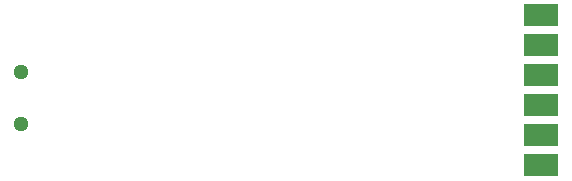
<source format=gbs>
G04 #@! TF.FileFunction,Soldermask,Bot*
%FSLAX46Y46*%
G04 Gerber Fmt 4.6, Leading zero omitted, Abs format (unit mm)*
G04 Created by KiCad (PCBNEW 4.0.0-rc1-stable) date 12/3/2015 7:42:29 PM*
%MOMM*%
G01*
G04 APERTURE LIST*
%ADD10C,0.100000*%
%ADD11C,1.299160*%
%ADD12R,2.940000X1.924000*%
G04 APERTURE END LIST*
D10*
D11*
X114759740Y-93680280D03*
X114759740Y-98079560D03*
D12*
X158750000Y-88900000D03*
X158750000Y-91440000D03*
X158750000Y-93980000D03*
X158750000Y-96520000D03*
X158750000Y-99060000D03*
X158750000Y-101600000D03*
M02*

</source>
